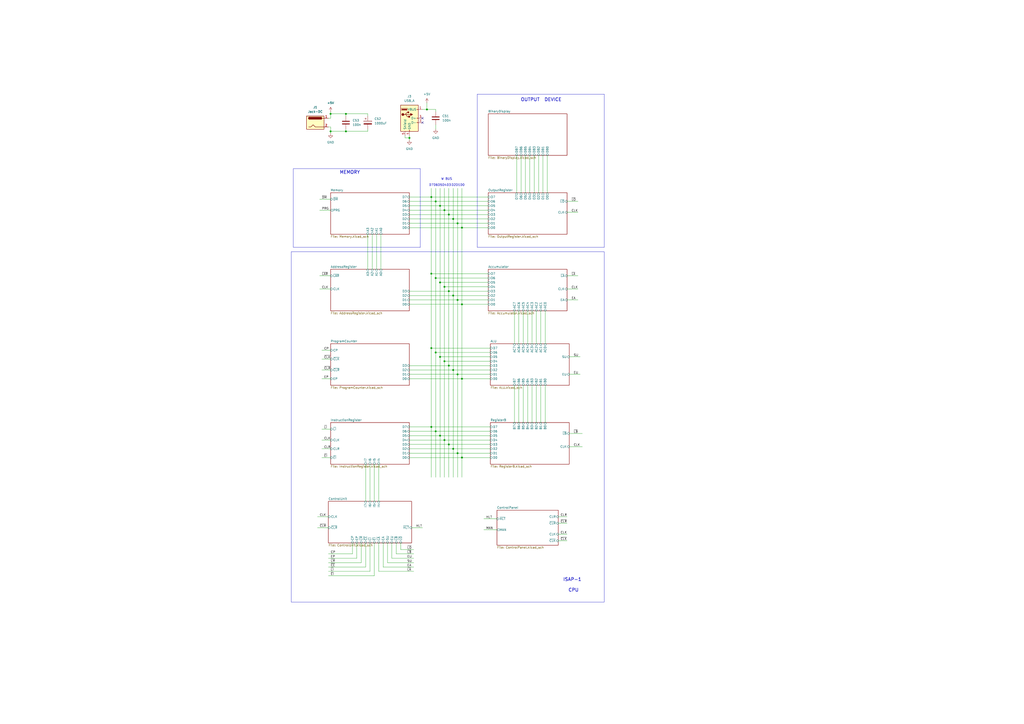
<source format=kicad_sch>
(kicad_sch (version 20231120) (generator "eeschema") (generator_version "8.0")
  (paper "A2")
  (title_block (title "ISAP-1 COMPUTER") (date "2024-11-27") (rev "Version 1") (comment 1 "by Linca Marius Gheorghe"))
  (lib_symbols
    (symbol "Connector:Jack-DC" (pin_names (offset 1.016))
      (property "Reference" "J" (at 0 5.334 0))
      (property "Value" "Jack-DC" (at 0 -5.08 0))
      (symbol "Jack-DC_0_1"
        (rectangle (start -5.08 3.81) (end 5.08 -3.81) (stroke (width 0.254)) (fill (type background)))
        (arc (start -3.302 3.175) (mid -3.9343 2.54) (end -3.302 1.905) (stroke (width 0.254)))
        (arc (start -3.302 3.175) (mid -3.9343 2.54) (end -3.302 1.905) (stroke (width 0.254)) (fill (type outline)))
        (polyline (pts (xy 5.08 2.54) (xy 3.81 2.54)) (stroke (width 0.254)))
        (polyline (pts (xy -3.81 -2.54) (xy -2.54 -2.54) (xy -1.27 -1.27) (xy 0 -2.54) (xy 2.54 -2.54) (xy 5.08 -2.54)) (stroke (width 0.254)))
        (rectangle (start 3.683 3.175) (end -3.302 1.905) (stroke (width 0.254)) (fill (type outline)))
      )
      (symbol "Jack-DC_1_1"
        (pin passive line (at 7.62 2.54 180) (length 2.54) (name "~") (number "1"))
        (pin passive line (at 7.62 -2.54 180) (length 2.54) (name "~") (number "2"))
      )
    )
    (symbol "Connector:USB_A" (pin_names (offset 1.016))
      (property "Reference" "J" (at -5.08 11.43 0))
      (property "Value" "USB_A" (at -5.08 8.89 0))
      (symbol "USB_A_0_1"
        (rectangle (start -5.08 -7.62) (end 5.08 7.62) (stroke (width 0.254)) (fill (type background)))
        (circle (center -3.81 2.159) (radius 0.635) (stroke (width 0.254)) (fill (type outline)))
        (rectangle (start -1.524 4.826) (end -4.318 5.334) (fill (type outline)))
        (rectangle (start -1.27 4.572) (end -4.572 5.842))
        (circle (center -0.635 3.429) (radius 0.381) (stroke (width 0.254)) (fill (type outline)))
        (rectangle (start -0.127 -7.62) (end 0.127 -6.858))
        (polyline (pts (xy -3.175 2.159) (xy -2.54 2.159) (xy -1.27 3.429) (xy -0.635 3.429)) (stroke (width 0.254)))
        (polyline (pts (xy -2.54 2.159) (xy -1.905 2.159) (xy -1.27 0.889) (xy 0 0.889)) (stroke (width 0.254)))
        (polyline (pts (xy 0.635 2.794) (xy 0.635 1.524) (xy 1.905 2.159) (xy 0.635 2.794)) (stroke (width 0.254)) (fill (type outline)))
        (rectangle (start 0.254 1.27) (end -0.508 0.508) (stroke (width 0.254)) (fill (type outline)))
        (rectangle (start 5.08 -2.667) (end 4.318 -2.413))
        (rectangle (start 5.08 -0.127) (end 4.318 0.127))
        (rectangle (start 5.08 4.953) (end 4.318 5.207))
      )
      (symbol "USB_A_1_1"
        (polyline (pts (xy -1.905 2.159) (xy 0.635 2.159)) (stroke (width 0.254)))
        (pin power_in line (at 7.62 5.08 180) (length 2.54) (name "VBUS") (number "1"))
        (pin bidirectional line (at 7.62 -2.54 180) (length 2.54) (name "D-") (number "2"))
        (pin bidirectional line (at 7.62 0 180) (length 2.54) (name "D+") (number "3"))
        (pin power_in line (at 0 -10.16 90) (length 2.54) (name "GND") (number "4"))
        (pin passive line (at -2.54 -10.16 90) (length 2.54) (name "Shield") (number "5"))
      )
    )
    (symbol "Device:C" (pin_numbers hide) (pin_names (offset 0.254))
      (property "Reference" "C" (at 0.635 2.54 0))
      (property "Value" "C" (at 0.635 -2.54 0))
      (symbol "C_0_1"
        (polyline (pts (xy -2.032 -0.762) (xy 2.032 -0.762)) (stroke (width 0.508)))
        (polyline (pts (xy -2.032 0.762) (xy 2.032 0.762)) (stroke (width 0.508)))
      )
      (symbol "C_1_1"
        (pin passive line (at 0 3.81 270) (length 2.794) (name "~") (number "1"))
        (pin passive line (at 0 -3.81 90) (length 2.794) (name "~") (number "2"))
      )
    )
    (symbol "Device:C_Polarized" (pin_numbers hide) (pin_names (offset 0.254))
      (property "Reference" "C" (at 0.635 2.54 0))
      (property "Value" "C_Polarized" (at 0.635 -2.54 0))
      (symbol "C_Polarized_0_1"
        (rectangle (start -2.286 0.508) (end 2.286 1.016))
        (polyline (pts (xy -1.778 2.286) (xy -0.762 2.286)))
        (polyline (pts (xy -1.27 2.794) (xy -1.27 1.778)))
        (rectangle (start 2.286 -0.508) (end -2.286 -1.016) (fill (type outline)))
      )
      (symbol "C_Polarized_1_1"
        (pin passive line (at 0 3.81 270) (length 2.794) (name "~") (number "1"))
        (pin passive line (at 0 -3.81 90) (length 2.794) (name "~") (number "2"))
      )
    )
    (symbol "power:+5V" (power) (pin_numbers hide) (pin_names (offset 0) hide)
      (property "Value" "+5V" (at 0 3.556 0))
      (symbol "+5V_0_1"
        (polyline (pts (xy -0.762 1.27) (xy 0 2.54)))
        (polyline (pts (xy 0 0) (xy 0 2.54)))
        (polyline (pts (xy 0 2.54) (xy 0.762 1.27)))
      )
      (symbol "+5V_1_1"
        (pin power_in line (at 0 0 90) (length 0) (name "~") (number "1"))
      )
    )
    (symbol "power:GND" (power) (pin_numbers hide) (pin_names (offset 0) hide)
      (property "Value" "GND" (at 0 -3.81 0))
      (symbol "GND_0_1"
        (polyline (pts (xy 0 0) (xy 0 -1.27) (xy 1.27 -1.27) (xy 0 -2.54) (xy -1.27 -1.27) (xy 0 -1.27)))
      )
      (symbol "GND_1_1"
        (pin power_in line (at 0 0 270) (length 0) (name "~") (number "1"))
      )
    )
  )
  (junction (at 265.43 262.89))
  (junction (at 252.73 161.29))
  (junction (at 265.43 129.54))
  (junction (at 250.19 201.93))
  (junction (at 252.73 250.19))
  (junction (at 267.97 132.08))
  (junction (at 191.77 76.2))
  (junction (at 237.49 80.01))
  (junction (at 257.81 166.37))
  (junction (at 260.35 212.09))
  (junction (at 260.35 257.81))
  (junction (at 247.65 63.5))
  (junction (at 250.19 114.3))
  (junction (at 255.27 252.73))
  (junction (at 252.73 204.47))
  (junction (at 260.35 124.46))
  (junction (at 255.27 163.83))
  (junction (at 200.66 76.2))
  (junction (at 257.81 255.27))
  (junction (at 250.19 247.65))
  (junction (at 257.81 121.92))
  (junction (at 260.35 168.91))
  (junction (at 250.19 158.75))
  (junction (at 200.66 66.04))
  (junction (at 191.77 66.04))
  (junction (at 262.89 260.35))
  (junction (at 267.97 176.53))
  (junction (at 255.27 207.01))
  (junction (at 262.89 127))
  (junction (at 267.97 219.71))
  (junction (at 267.97 265.43))
  (junction (at 252.73 116.84))
  (junction (at 265.43 217.17))
  (junction (at 257.81 209.55))
  (junction (at 265.43 173.99))
  (junction (at 255.27 119.38))
  (junction (at 262.89 214.63))
  (junction (at 262.89 171.45))
  (no_connect (at 245.11 71.12))
  (no_connect (at 245.11 68.58))
  (wire (pts (xy 237.49 129.54) (xy 265.43 129.54)))
  (wire (pts (xy 186.69 265.43) (xy 191.77 265.43)))
  (wire (pts (xy 316.23 180.34) (xy 316.23 199.39)))
  (wire (pts (xy 252.73 64.77) (xy 252.73 63.5)))
  (wire (pts (xy 303.53 223.52) (xy 303.53 245.11)))
  (wire (pts (xy 237.49 262.89) (xy 265.43 262.89)))
  (wire (pts (xy 260.35 109.22) (xy 260.35 124.46)))
  (wire (pts (xy 207.01 314.96) (xy 207.01 323.85)))
  (wire (pts (xy 252.73 161.29) (xy 252.73 204.47)))
  (wire (pts (xy 252.73 109.22) (xy 252.73 116.84)))
  (wire (pts (xy 247.65 59.69) (xy 247.65 63.5)))
  (wire (pts (xy 237.49 265.43) (xy 267.97 265.43)))
  (wire (pts (xy 191.77 64.77) (xy 191.77 66.04)))
  (wire (pts (xy 190.5 334.01) (xy 217.17 334.01)))
  (wire (pts (xy 237.49 257.81) (xy 260.35 257.81)))
  (wire (pts (xy 237.49 217.17) (xy 265.43 217.17)))
  (wire (pts (xy 267.97 219.71) (xy 284.48 219.71)))
  (wire (pts (xy 213.36 135.89) (xy 213.36 156.21)))
  (wire (pts (xy 255.27 252.73) (xy 284.48 252.73)))
  (wire (pts (xy 308.61 180.34) (xy 308.61 199.39)))
  (wire (pts (xy 257.81 209.55) (xy 257.81 255.27)))
  (wire (pts (xy 237.49 250.19) (xy 252.73 250.19)))
  (wire (pts (xy 190.5 328.93) (xy 212.09 328.93)))
  (wire (pts (xy 237.49 124.46) (xy 260.35 124.46)))
  (wire (pts (xy 330.2 207.01) (xy 336.55 207.01)))
  (wire (pts (xy 234.95 80.01) (xy 237.49 80.01)))
  (wire (pts (xy 252.73 204.47) (xy 252.73 250.19)))
  (wire (pts (xy 200.66 76.2) (xy 213.36 76.2)))
  (wire (pts (xy 250.19 247.65) (xy 250.19 276.86)))
  (wire (pts (xy 265.43 217.17) (xy 284.48 217.17)))
  (wire (pts (xy 237.49 219.71) (xy 267.97 219.71)))
  (wire (pts (xy 312.42 90.17) (xy 312.42 111.76)))
  (wire (pts (xy 237.49 78.74) (xy 237.49 80.01)))
  (wire (pts (xy 237.49 173.99) (xy 265.43 173.99)))
  (wire (pts (xy 247.65 63.5) (xy 245.11 63.5)))
  (wire (pts (xy 204.47 314.96) (xy 204.47 321.31)))
  (wire (pts (xy 265.43 109.22) (xy 265.43 129.54)))
  (wire (pts (xy 185.42 167.64) (xy 191.77 167.64)))
  (wire (pts (xy 330.2 217.17) (xy 336.55 217.17)))
  (wire (pts (xy 252.73 161.29) (xy 283.21 161.29)))
  (wire (pts (xy 280.67 300.99) (xy 288.29 300.99)))
  (wire (pts (xy 229.87 321.31) (xy 240.03 321.31)))
  (wire (pts (xy 284.48 260.35) (xy 262.89 260.35)))
  (wire (pts (xy 257.81 121.92) (xy 283.21 121.92)))
  (wire (pts (xy 222.25 314.96) (xy 222.25 328.93)))
  (wire (pts (xy 237.49 119.38) (xy 255.27 119.38)))
  (wire (pts (xy 227.33 323.85) (xy 240.03 323.85)))
  (wire (pts (xy 191.77 76.2) (xy 191.77 77.47)))
  (wire (pts (xy 250.19 201.93) (xy 284.48 201.93)))
  (wire (pts (xy 265.43 129.54) (xy 283.21 129.54)))
  (wire (pts (xy 186.69 208.28) (xy 191.77 208.28)))
  (wire (pts (xy 238.76 306.07) (xy 245.11 306.07)))
  (wire (pts (xy 252.73 250.19) (xy 284.48 250.19)))
  (wire (pts (xy 257.81 255.27) (xy 257.81 276.86)))
  (wire (pts (xy 262.89 260.35) (xy 262.89 276.86)))
  (wire (pts (xy 255.27 207.01) (xy 255.27 252.73)))
  (wire (pts (xy 184.15 299.72) (xy 190.5 299.72)))
  (wire (pts (xy 262.89 214.63) (xy 284.48 214.63)))
  (wire (pts (xy 185.42 115.57) (xy 191.77 115.57)))
  (wire (pts (xy 250.19 247.65) (xy 284.48 247.65)))
  (wire (pts (xy 250.19 114.3) (xy 250.19 158.75)))
  (wire (pts (xy 237.49 121.92) (xy 257.81 121.92)))
  (wire (pts (xy 313.69 223.52) (xy 313.69 245.11)))
  (wire (pts (xy 328.93 160.02) (xy 335.28 160.02)))
  (wire (pts (xy 262.89 171.45) (xy 262.89 214.63)))
  (wire (pts (xy 237.49 255.27) (xy 257.81 255.27)))
  (wire (pts (xy 257.81 255.27) (xy 284.48 255.27)))
  (wire (pts (xy 298.45 223.52) (xy 298.45 245.11)))
  (wire (pts (xy 260.35 257.81) (xy 260.35 276.86)))
  (wire (pts (xy 232.41 318.77) (xy 240.03 318.77)))
  (wire (pts (xy 255.27 163.83) (xy 255.27 207.01)))
  (wire (pts (xy 237.49 176.53) (xy 267.97 176.53)))
  (wire (pts (xy 237.49 212.09) (xy 260.35 212.09)))
  (wire (pts (xy 255.27 252.73) (xy 255.27 276.86)))
  (wire (pts (xy 323.85 309.88) (xy 328.93 309.88)))
  (wire (pts (xy 190.5 331.47) (xy 214.63 331.47)))
  (wire (pts (xy 184.15 306.07) (xy 190.5 306.07)))
  (wire (pts (xy 304.8 90.17) (xy 304.8 111.76)))
  (wire (pts (xy 209.55 314.96) (xy 209.55 326.39)))
  (wire (pts (xy 328.93 123.19) (xy 335.28 123.19)))
  (wire (pts (xy 267.97 265.43) (xy 284.48 265.43)))
  (wire (pts (xy 213.36 67.31) (xy 213.36 66.04)))
  (wire (pts (xy 303.53 180.34) (xy 303.53 199.39)))
  (wire (pts (xy 212.09 269.24) (xy 212.09 290.83)))
  (wire (pts (xy 186.69 248.92) (xy 191.77 248.92)))
  (wire (pts (xy 257.81 209.55) (xy 284.48 209.55)))
  (wire (pts (xy 250.19 201.93) (xy 250.19 247.65)))
  (wire (pts (xy 300.99 223.52) (xy 300.99 245.11)))
  (wire (pts (xy 186.69 260.35) (xy 191.77 260.35)))
  (wire (pts (xy 267.97 219.71) (xy 267.97 265.43)))
  (wire (pts (xy 257.81 166.37) (xy 257.81 209.55)))
  (wire (pts (xy 267.97 176.53) (xy 283.21 176.53)))
  (wire (pts (xy 232.41 314.96) (xy 232.41 318.77)))
  (wire (pts (xy 252.73 116.84) (xy 252.73 161.29)))
  (wire (pts (xy 323.85 313.69) (xy 328.93 313.69)))
  (wire (pts (xy 250.19 109.22) (xy 250.19 114.3)))
  (wire (pts (xy 215.9 135.89) (xy 215.9 156.21)))
  (wire (pts (xy 200.66 66.04) (xy 191.77 66.04)))
  (wire (pts (xy 214.63 314.96) (xy 214.63 331.47)))
  (wire (pts (xy 262.89 127) (xy 262.89 171.45)))
  (wire (pts (xy 260.35 168.91) (xy 283.21 168.91)))
  (wire (pts (xy 220.98 135.89) (xy 220.98 156.21)))
  (wire (pts (xy 224.79 314.96) (xy 224.79 326.39)))
  (wire (pts (xy 200.66 67.31) (xy 200.66 66.04)))
  (wire (pts (xy 265.43 173.99) (xy 283.21 173.99)))
  (wire (pts (xy 311.15 180.34) (xy 311.15 199.39)))
  (wire (pts (xy 262.89 171.45) (xy 283.21 171.45)))
  (wire (pts (xy 252.73 204.47) (xy 284.48 204.47)))
  (wire (pts (xy 306.07 180.34) (xy 306.07 199.39)))
  (wire (pts (xy 252.73 72.39) (xy 252.73 74.93)))
  (wire (pts (xy 237.49 127) (xy 262.89 127)))
  (wire (pts (xy 224.79 326.39) (xy 240.03 326.39)))
  (wire (pts (xy 252.73 63.5) (xy 247.65 63.5)))
  (wire (pts (xy 328.93 173.99) (xy 335.28 173.99)))
  (wire (pts (xy 267.97 132.08) (xy 267.97 176.53)))
  (wire (pts (xy 217.17 314.96) (xy 217.17 334.01)))
  (wire (pts (xy 222.25 328.93) (xy 240.03 328.93)))
  (wire (pts (xy 262.89 214.63) (xy 262.89 260.35)))
  (wire (pts (xy 265.43 217.17) (xy 265.43 262.89)))
  (wire (pts (xy 237.49 247.65) (xy 250.19 247.65)))
  (wire (pts (xy 237.49 132.08) (xy 267.97 132.08)))
  (wire (pts (xy 265.43 262.89) (xy 284.48 262.89)))
  (wire (pts (xy 265.43 173.99) (xy 265.43 217.17)))
  (wire (pts (xy 213.36 74.93) (xy 213.36 76.2)))
  (wire (pts (xy 257.81 109.22) (xy 257.81 121.92)))
  (wire (pts (xy 200.66 74.93) (xy 200.66 76.2)))
  (wire (pts (xy 323.85 299.72) (xy 328.93 299.72)))
  (wire (pts (xy 267.97 176.53) (xy 267.97 219.71)))
  (wire (pts (xy 260.35 124.46) (xy 283.21 124.46)))
  (wire (pts (xy 190.5 326.39) (xy 209.55 326.39)))
  (wire (pts (xy 186.69 203.2) (xy 191.77 203.2)))
  (wire (pts (xy 237.49 171.45) (xy 262.89 171.45)))
  (wire (pts (xy 257.81 166.37) (xy 283.21 166.37)))
  (wire (pts (xy 299.72 90.17) (xy 299.72 111.76)))
  (wire (pts (xy 260.35 212.09) (xy 260.35 257.81)))
  (wire (pts (xy 252.73 250.19) (xy 252.73 276.86)))
  (wire (pts (xy 237.49 168.91) (xy 260.35 168.91)))
  (wire (pts (xy 219.71 314.96) (xy 219.71 331.47)))
  (wire (pts (xy 330.2 251.46) (xy 337.82 251.46)))
  (wire (pts (xy 237.49 116.84) (xy 252.73 116.84)))
  (wire (pts (xy 316.23 223.52) (xy 316.23 245.11)))
  (wire (pts (xy 186.69 255.27) (xy 191.77 255.27)))
  (wire (pts (xy 298.45 180.34) (xy 298.45 199.39)))
  (wire (pts (xy 260.35 124.46) (xy 260.35 168.91)))
  (wire (pts (xy 212.09 314.96) (xy 212.09 328.93)))
  (wire (pts (xy 255.27 119.38) (xy 255.27 163.83)))
  (wire (pts (xy 307.34 90.17) (xy 307.34 111.76)))
  (wire (pts (xy 328.93 167.64) (xy 335.28 167.64)))
  (wire (pts (xy 262.89 127) (xy 283.21 127)))
  (wire (pts (xy 250.19 114.3) (xy 283.21 114.3)))
  (wire (pts (xy 234.95 78.74) (xy 234.95 80.01)))
  (wire (pts (xy 237.49 260.35) (xy 262.89 260.35)))
  (wire (pts (xy 309.88 90.17) (xy 309.88 111.76)))
  (wire (pts (xy 190.5 323.85) (xy 207.01 323.85)))
  (wire (pts (xy 191.77 73.66) (xy 191.77 76.2)))
  (wire (pts (xy 219.71 331.47) (xy 240.03 331.47)))
  (wire (pts (xy 255.27 109.22) (xy 255.27 119.38)))
  (wire (pts (xy 229.87 314.96) (xy 229.87 321.31)))
  (wire (pts (xy 330.2 259.08) (xy 337.82 259.08)))
  (wire (pts (xy 214.63 269.24) (xy 214.63 290.83)))
  (wire (pts (xy 255.27 119.38) (xy 283.21 119.38)))
  (wire (pts (xy 237.49 80.01) (xy 237.49 81.28)))
  (wire (pts (xy 306.07 223.52) (xy 306.07 245.11)))
  (wire (pts (xy 267.97 265.43) (xy 267.97 276.86)))
  (wire (pts (xy 237.49 252.73) (xy 255.27 252.73)))
  (wire (pts (xy 260.35 212.09) (xy 284.48 212.09)))
  (wire (pts (xy 186.69 214.63) (xy 191.77 214.63)))
  (wire (pts (xy 283.21 163.83) (xy 255.27 163.83)))
  (wire (pts (xy 267.97 109.22) (xy 267.97 132.08)))
  (wire (pts (xy 280.67 307.34) (xy 288.29 307.34)))
  (wire (pts (xy 191.77 66.04) (xy 191.77 68.58)))
  (wire (pts (xy 317.5 90.17) (xy 317.5 111.76)))
  (wire (pts (xy 186.69 219.71) (xy 191.77 219.71)))
  (wire (pts (xy 185.42 121.92) (xy 191.77 121.92)))
  (wire (pts (xy 237.49 214.63) (xy 262.89 214.63)))
  (wire (pts (xy 265.43 262.89) (xy 265.43 276.86)))
  (wire (pts (xy 218.44 135.89) (xy 218.44 156.21)))
  (wire (pts (xy 190.5 321.31) (xy 204.47 321.31)))
  (wire (pts (xy 302.26 90.17) (xy 302.26 111.76)))
  (wire (pts (xy 217.17 269.24) (xy 217.17 290.83)))
  (wire (pts (xy 260.35 168.91) (xy 260.35 212.09)))
  (wire (pts (xy 257.81 121.92) (xy 257.81 166.37)))
  (wire (pts (xy 200.66 76.2) (xy 191.77 76.2)))
  (wire (pts (xy 191.77 68.58) (xy 190.5 68.58)))
  (wire (pts (xy 267.97 132.08) (xy 283.21 132.08)))
  (wire (pts (xy 308.61 223.52) (xy 308.61 245.11)))
  (wire (pts (xy 255.27 207.01) (xy 284.48 207.01)))
  (wire (pts (xy 237.49 114.3) (xy 250.19 114.3)))
  (wire (pts (xy 300.99 180.34) (xy 300.99 199.39)))
  (wire (pts (xy 250.19 158.75) (xy 250.19 201.93)))
  (wire (pts (xy 200.66 66.04) (xy 213.36 66.04)))
  (wire (pts (xy 262.89 109.22) (xy 262.89 127)))
  (wire (pts (xy 311.15 223.52) (xy 311.15 245.11)))
  (wire (pts (xy 227.33 314.96) (xy 227.33 323.85)))
  (wire (pts (xy 314.96 90.17) (xy 314.96 111.76)))
  (wire (pts (xy 190.5 73.66) (xy 191.77 73.66)))
  (wire (pts (xy 185.42 160.02) (xy 191.77 160.02)))
  (wire (pts (xy 252.73 116.84) (xy 283.21 116.84)))
  (wire (pts (xy 323.85 303.53) (xy 328.93 303.53)))
  (wire (pts (xy 313.69 180.34) (xy 313.69 199.39)))
  (wire (pts (xy 265.43 129.54) (xy 265.43 173.99)))
  (wire (pts (xy 260.35 257.81) (xy 284.48 257.81)))
  (wire (pts (xy 250.19 158.75) (xy 283.21 158.75)))
  (wire (pts (xy 219.71 269.24) (xy 219.71 290.83)))
  (wire (pts (xy 328.93 116.84) (xy 335.28 116.84)))
  (rectangle (start 170.18 97.79) (end 243.84 143.51))
  (rectangle (start 276.86 54.61) (end 350.52 143.51))
  (rectangle (start 168.91 146.05) (end 350.52 349.25))
  (text "D4" (at 257.81 107.442 0) (effects (font (size 1.27 1.27))))
  (text "ISAP-1\n \n CPU" (at 331.978 339.344 0) (effects (font (size 1.905 1.905) (thickness 0.254) (bold yes))))
  (text "D1" (at 265.684 107.442 0) (effects (font (size 1.27 1.27))))
  (text "W BUS" (at 259.08 103.886 0) (effects (font (size 1.27 1.27))))
  (text "D6" (at 252.73 107.442 0) (effects (font (size 1.27 1.27))))
  (text "D3" (at 260.35 107.442 0) (effects (font (size 1.27 1.27))))
  (text "D7" (at 250.19 107.442 0) (effects (font (size 1.27 1.27))))
  (text "D5" (at 255.27 107.442 0) (effects (font (size 1.27 1.27))))
  (text "D0" (at 268.224 107.442 0) (effects (font (size 1.27 1.27))))
  (text "MEMORY" (at 202.946 100.076 0) (effects (font (size 1.905 1.905) (thickness 0.254) (bold yes))))
  (text "OUTPUT  DEVICE" (at 313.944 57.912 0) (effects (font (size 1.905 1.905) (thickness 0.254) (bold yes))))
  (text "D2" (at 263.144 107.442 0) (effects (font (size 1.27 1.27))))
  (label "CLK" (at 187.96 255.27 0))
  (label "~{LA}" (at 331.47 160.02 0))
  (label "~{LA}" (at 236.22 331.47 0))
  (label "~{LI}" (at 191.77 331.47 0))
  (label "~{CLR}" (at 325.12 303.53 0))
  (label "~{LB}" (at 332.74 251.46 0))
  (label "~{CLR}" (at 185.42 306.07 0))
  (label "~{LB}" (at 236.22 321.31 0))
  (label "EP" (at 191.77 323.85 0))
  (label "~{LM}" (at 191.77 326.39 0))
  (label "~{LO}" (at 236.22 318.77 0))
  (label "SU" (at 236.22 326.39 0))
  (label "CP" (at 191.77 321.31 0))
  (label "~{LAR}" (at 186.69 160.02 0))
  (label "CP" (at 187.96 203.2 0))
  (label "EA" (at 331.47 173.99 0))
  (label "CLR" (at 325.12 299.72 0))
  (label "~{CLK}" (at 325.12 313.69 0))
  (label "EA" (at 236.22 328.93 0))
  (label "HLT" (at 281.94 300.99 0))
  (label "EP" (at 187.96 219.71 0))
  (label "~{CLK}" (at 187.96 208.28 0))
  (label "~{LI}" (at 187.96 248.92 0))
  (label "~{CLR}" (at 187.96 214.63 0))
  (label "CLR" (at 187.96 260.35 0))
  (label "CLK" (at 331.47 123.19 0))
  (label "CLK" (at 185.42 299.72 0))
  (label "CLK" (at 325.12 309.88 0))
  (label "~{CE}" (at 191.77 328.93 0))
  (label "CLK" (at 186.69 167.64 0))
  (label "PRG" (at 186.69 121.92 0))
  (label "MAN" (at 281.94 307.34 0) (effects (font (thickness 0.1588))))
  (label "SU" (at 332.74 207.01 0))
  (label "~{EI}" (at 191.77 334.01 0))
  (label "~{LO}" (at 331.47 116.84 0))
  (label "CLK" (at 331.47 167.64 0))
  (label "EU" (at 236.22 323.85 0))
  (label "CLK" (at 332.74 259.08 0))
  (label "~{DM}" (at 186.69 115.57 0))
  (label "~{EI}" (at 187.96 265.43 0))
  (label "EU" (at 332.74 217.17 0))
  (label "HLT" (at 241.3 306.07 0))
  (symbol (lib_id "power:GND") (at 191.77 77.47 0) (unit 1)
    (property "Reference" "#PWR0119" (effects (hide yes)))
    (property "Value" "GND" (at 191.77 82.55 0))
    (property "Description" "Power symbol creates a global label with name \"GND\" , ground" (effects (hide yes)))
  )
  (symbol (lib_id "Connector:Jack-DC") (at 182.88 71.12 0) (unit 1)
    (property "Reference" "J1" (at 182.88 62.23 0))
    (property "Value" "Jack-DC" (at 182.88 64.77 0))
    (property "Footprint" "Connector_BarrelJack:BarrelJack_GCT_DCJ200-10-A_Horizontal" (effects (hide yes)))
    (property "Description" "DC Barrel Jack" (effects (hide yes)))
  )
  (symbol (lib_id "Connector:USB_A") (at 237.49 68.58 0) (unit 1)
    (property "Reference" "J3" (at 237.49 55.88 0))
    (property "Value" "USB_A" (at 237.49 58.42 0))
    (property "Footprint" "Connector_USB:USB_A_Molex_67643_Horizontal" (effects (hide yes)))
    (property "Description" "USB Type A connector" (effects (hide yes)))
  )
  (symbol (lib_id "power:+5V") (at 247.65 59.69 0) (unit 1)
    (property "Reference" "#PWR0117" (effects (hide yes)))
    (property "Value" "+5V" (at 247.65 54.61 0))
    (property "Description" "Power symbol creates a global label with name \"+5V\"" (effects (hide yes)))
  )
  (symbol (lib_id "power:GND") (at 237.49 81.28 0) (unit 1)
    (property "Reference" "#PWR0121" (effects (hide yes)))
    (property "Value" "GND" (at 237.49 86.36 0))
    (property "Description" "Power symbol creates a global label with name \"GND\" , ground" (effects (hide yes)))
  )
  (symbol (lib_id "Device:C_Polarized") (at 213.36 71.12 0) (unit 1)
    (property "Reference" "C52" (at 217.17 68.9609 0) (effects (justify left)))
    (property "Value" "1000uF" (at 217.17 71.5009 0) (effects (justify left)))
    (property "Footprint" "Capacitor_THT:CP_Radial_D8.0mm_P5.00mm" (effects (hide yes)))
    (property "Description" "Polarized capacitor" (effects (hide yes)))
  )
  (symbol (lib_id "Device:C") (at 200.66 71.12 0) (unit 1)
    (property "Reference" "C53" (at 204.47 69.8499 0) (effects (justify left)))
    (property "Value" "100n" (at 204.47 72.3899 0) (effects (justify left)))
    (property "Footprint" "Capacitor_THT:C_Disc_D6.0mm_W4.4mm_P5.00mm" (effects (hide yes)))
    (property "Description" "Unpolarized capacitor" (effects (hide yes)))
  )
  (symbol (lib_id "power:GND") (at 252.73 74.93 0) (unit 1)
    (property "Reference" "#PWR0123" (effects (hide yes)))
    (property "Value" "GND" (at 252.73 80.01 0))
    (property "Description" "Power symbol creates a global label with name \"GND\" , ground" (effects (hide yes)))
  )
  (symbol (lib_id "power:+5V") (at 191.77 64.77 0) (unit 1)
    (property "Reference" "#PWR0120" (effects (hide yes)))
    (property "Value" "+5V" (at 191.77 59.69 0))
    (property "Description" "Power symbol creates a global label with name \"+5V\"" (effects (hide yes)))
  )
  (symbol (lib_id "Device:C") (at 252.73 68.58 0) (unit 1)
    (property "Reference" "C51" (at 256.54 67.3099 0) (effects (justify left)))
    (property "Value" "100n" (at 256.54 69.8499 0) (effects (justify left)))
    (property "Footprint" "Capacitor_THT:C_Disc_D6.0mm_W4.4mm_P5.00mm" (effects (hide yes)))
    (property "Description" "Unpolarized capacitor" (effects (hide yes)))
  )
  (sheet (at 190.5 290.83) (size 48.26 24.13) (stroke (width 0.1524))
    (property "Sheetname" "ControlUnit" (at 190.5 290.1184 0) (effects (justify left bottom)))
    (property "Sheetfile" "ControlUnit.kicad_sch" (at 190.5 315.5446 0) (effects (justify left top)))
    (pin "I7" input (at 212.09 290.83 90))
    (pin "I6" input (at 214.63 290.83 90))
    (pin "I5" input (at 217.17 290.83 90))
    (pin "I4" input (at 219.71 290.83 90))
    (pin "~{HLT}" input (at 238.76 306.07 0))
    (pin "~{EI}" input (at 217.17 314.96 270))
    (pin "~{LI}" input (at 214.63 314.96 270))
    (pin "CP" input (at 204.47 314.96 270))
    (pin "EP" input (at 207.01 314.96 270))
    (pin "~{CE}" input (at 212.09 314.96 270))
    (pin "~{LM}" input (at 209.55 314.96 270))
    (pin "~{CLR}" input (at 190.5 306.07 180))
    (pin "CLK" input (at 190.5 299.72 180))
    (pin "SU" input (at 224.79 314.96 270))
    (pin "EU" input (at 227.33 314.96 270))
    (pin "~{LB}" input (at 229.87 314.96 270))
    (pin "~{LO}" input (at 232.41 314.96 270))
    (pin "~{LA}" input (at 219.71 314.96 270))
    (pin "EA" input (at 222.25 314.96 270))
  )
  (sheet (at 191.77 156.21) (size 45.72 24.13) (stroke (width 0.1524))
    (property "Sheetname" "AddressRegister" (at 191.77 155.4984 0) (effects (justify left bottom)))
    (property "Sheetfile" "AddressRegister.kicad_sch" (at 191.77 180.9246 0) (effects (justify left top)))
    (pin "D0" input (at 237.49 176.53 0))
    (pin "D1" input (at 237.49 173.99 0))
    (pin "CLK" input (at 191.77 167.64 180))
    (pin "D2" input (at 237.49 171.45 0))
    (pin "D3" input (at 237.49 168.91 0))
    (pin "A0" input (at 220.98 156.21 90))
    (pin "A2" input (at 215.9 156.21 90))
    (pin "A1" input (at 218.44 156.21 90))
    (pin "A3" input (at 213.36 156.21 90))
    (pin "~{LAR}" input (at 191.77 160.02 180))
  )
  (sheet (at 284.48 245.11) (size 45.72 24.13) (stroke (width 0.1524))
    (property "Sheetname" "RegisterB" (at 284.48 244.3984 0) (effects (justify left bottom)))
    (property "Sheetfile" "RegisterB.kicad_sch" (at 284.48 269.8246 0) (effects (justify left top)))
    (pin "B0" input (at 316.23 245.11 90))
    (pin "B1" input (at 313.69 245.11 90))
    (pin "B2" input (at 311.15 245.11 90))
    (pin "B3" input (at 308.61 245.11 90))
    (pin "B4" input (at 306.07 245.11 90))
    (pin "B5" input (at 303.53 245.11 90))
    (pin "B6" input (at 300.99 245.11 90))
    (pin "B7" input (at 298.45 245.11 90))
    (pin "CLK" input (at 330.2 259.08 0))
    (pin "D2" input (at 284.48 260.35 180))
    (pin "D1" input (at 284.48 262.89 180))
    (pin "D3" input (at 284.48 257.81 180))
    (pin "D0" input (at 284.48 265.43 180))
    (pin "D7" input (at 284.48 247.65 180))
    (pin "D5" input (at 284.48 252.73 180))
    (pin "D6" input (at 284.48 250.19 180))
    (pin "D4" input (at 284.48 255.27 180))
    (pin "~{LB}" input (at 330.2 251.46 0))
  )
  (sheet (at 283.21 66.04) (size 45.72 24.13) (stroke (width 0.1524))
    (property "Sheetname" "BinaryDisplay" (at 283.21 65.3284 0) (effects (justify left bottom)))
    (property "Sheetfile" "BinaryDisplay.kicad_sch" (at 283.21 90.7546 0) (effects (justify left top)))
    (pin "DB4" input (at 307.34 90.17 270))
    (pin "DB6" input (at 302.26 90.17 270))
    (pin "DB5" input (at 304.8 90.17 270))
    (pin "DB7" input (at 299.72 90.17 270))
    (pin "DB3" input (at 309.88 90.17 270))
    (pin "DB0" input (at 317.5 90.17 270))
    (pin "DB2" input (at 312.42 90.17 270))
    (pin "DB1" input (at 314.96 90.17 270))
  )
  (sheet (at 191.77 111.76) (size 45.72 24.13) (stroke (width 0.1524))
    (property "Sheetname" "Memory" (at 191.77 111.0484 0) (effects (justify left bottom)))
    (property "Sheetfile" "Memory.kicad_sch" (at 191.77 136.4746 0) (effects (justify left top)))
    (pin "D1" input (at 237.49 129.54 0))
    (pin "D0" input (at 237.49 132.08 0))
    (pin "D2" input (at 237.49 127 0))
    (pin "D3" input (at 237.49 124.46 0))
    (pin "D5" input (at 237.49 119.38 0))
    (pin "D4" input (at 237.49 121.92 0))
    (pin "D6" input (at 237.49 116.84 0))
    (pin "D7" input (at 237.49 114.3 0))
    (pin "A2" input (at 215.9 135.89 270))
    (pin "A3" input (at 213.36 135.89 270))
    (pin "A1" input (at 218.44 135.89 270))
    (pin "A0" input (at 220.98 135.89 270))
    (pin "~{DM}" input (at 191.77 115.57 180))
    (pin "PRG" output (at 191.77 121.92 180))
  )
  (sheet (at 284.48 199.39) (size 45.72 24.13) (stroke (width 0.1524))
    (property "Sheetname" "ALU" (at 284.48 198.6784 0) (effects (justify left bottom)))
    (property "Sheetfile" "ALU.kicad_sch" (at 284.48 224.1046 0) (effects (justify left top)))
    (pin "B0" input (at 316.23 223.52 270))
    (pin "AC0" input (at 316.23 199.39 90))
    (pin "AC3" input (at 308.61 199.39 90))
    (pin "AC1" input (at 313.69 199.39 90))
    (pin "AC2" input (at 311.15 199.39 90))
    (pin "EU" input (at 330.2 217.17 0))
    (pin "SU" input (at 330.2 207.01 0))
    (pin "B2" input (at 311.15 223.52 270))
    (pin "B1" input (at 313.69 223.52 270))
    (pin "B3" input (at 308.61 223.52 270))
    (pin "AC5" input (at 303.53 199.39 90))
    (pin "AC4" input (at 306.07 199.39 90))
    (pin "AC6" input (at 300.99 199.39 90))
    (pin "AC7" input (at 298.45 199.39 90))
    (pin "B5" input (at 303.53 223.52 270))
    (pin "B4" input (at 306.07 223.52 270))
    (pin "B6" input (at 300.99 223.52 270))
    (pin "B7" input (at 298.45 223.52 270))
    (pin "D5" input (at 284.48 207.01 180))
    (pin "D6" input (at 284.48 204.47 180))
    (pin "D7" input (at 284.48 201.93 180))
    (pin "D4" input (at 284.48 209.55 180))
    (pin "D3" input (at 284.48 212.09 180))
    (pin "D0" input (at 284.48 219.71 180))
    (pin "D1" input (at 284.48 217.17 180))
    (pin "D2" input (at 284.48 214.63 180))
  )
  (sheet (at 288.29 295.91) (size 35.56 20.32) (stroke (width 0.1524))
    (property "Sheetname" "ControlPanel" (at 288.29 295.1984 0) (effects (justify left bottom)))
    (property "Sheetfile" "ControlPanel.kicad_sch" (at 288.29 316.8146 0) (effects (justify left top)))
    (pin "CLR" input (at 323.85 299.72 0))
    (pin "~{CLR}" input (at 323.85 303.53 0))
    (pin "~{HLT}" input (at 288.29 300.99 180))
    (pin "CLK" input (at 323.85 309.88 0))
    (pin "~{CLK}" input (at 323.85 313.69 0))
    (pin "MAN" output (at 288.29 307.34 180))
  )
  (sheet (at 191.77 199.39) (size 45.72 24.13) (stroke (width 0.1524))
    (property "Sheetname" "ProgramCounter" (at 191.77 198.6784 0) (effects (justify left bottom)))
    (property "Sheetfile" "ProgramCounter.kicad_sch" (at 191.77 224.1046 0) (effects (justify left top)))
    (pin "CP" input (at 191.77 203.2 180))
    (pin "EP" input (at 191.77 219.71 180))
    (pin "D3" input (at 237.49 212.09 0))
    (pin "D0" input (at 237.49 219.71 0))
    (pin "D1" input (at 237.49 217.17 0))
    (pin "D2" input (at 237.49 214.63 0))
    (pin "~{CLK}" input (at 191.77 208.28 180))
    (pin "~{CLR}" input (at 191.77 214.63 180))
  )
  (sheet (at 283.21 111.76) (size 45.72 24.13) (stroke (width 0.1524))
    (property "Sheetname" "OutputRegister" (at 283.21 111.0484 0) (effects (justify left bottom)))
    (property "Sheetfile" "OutputRegister.kicad_sch" (at 283.21 136.4746 0) (effects (justify left top)))
    (pin "D2" input (at 283.21 127 180))
    (pin "D3" input (at 283.21 124.46 180))
    (pin "D0" input (at 283.21 132.08 180))
    (pin "D1" input (at 283.21 129.54 180))
    (pin "D4" input (at 283.21 121.92 180))
    (pin "D7" input (at 283.21 114.3 180))
    (pin "D6" input (at 283.21 116.84 180))
    (pin "D5" input (at 283.21 119.38 180))
    (pin "CLK" input (at 328.93 123.19 0))
    (pin "~{LO}" input (at 328.93 116.84 0))
    (pin "O1" output (at 314.96 111.76 90))
    (pin "O0" output (at 317.5 111.76 90))
    (pin "O3" output (at 309.88 111.76 90))
    (pin "O2" output (at 312.42 111.76 90))
    (pin "O5" output (at 304.8 111.76 90))
    (pin "O4" output (at 307.34 111.76 90))
    (pin "O7" output (at 299.72 111.76 90))
    (pin "O6" output (at 302.26 111.76 90))
  )
  (sheet (at 283.21 156.21) (size 45.72 24.13) (stroke (width 0.1524))
    (property "Sheetname" "Accumulator" (at 283.21 155.4984 0) (effects (justify left bottom)))
    (property "Sheetfile" "Accumulator.kicad_sch" (at 283.21 180.9246 0) (effects (justify left top)))
    (pin "D2" input (at 283.21 171.45 180))
    (pin "D1" input (at 283.21 173.99 180))
    (pin "D0" input (at 283.21 176.53 180))
    (pin "D3" input (at 283.21 168.91 180))
    (pin "CLK" input (at 328.93 167.64 0))
    (pin "D6" input (at 283.21 161.29 180))
    (pin "D7" input (at 283.21 158.75 180))
    (pin "D4" input (at 283.21 166.37 180))
    (pin "D5" input (at 283.21 163.83 180))
    (pin "EA" input (at 328.93 173.99 0))
    (pin "AC2" input (at 311.15 180.34 270))
    (pin "AC1" input (at 313.69 180.34 270))
    (pin "AC0" input (at 316.23 180.34 270))
    (pin "AC3" input (at 308.61 180.34 270))
    (pin "AC4" input (at 306.07 180.34 270))
    (pin "AC5" input (at 303.53 180.34 270))
    (pin "AC6" input (at 300.99 180.34 270))
    (pin "AC7" input (at 298.45 180.34 270))
    (pin "~{LA}" input (at 328.93 160.02 0))
  )
  (sheet (at 191.77 245.11) (size 45.72 24.13) (stroke (width 0.1524))
    (property "Sheetname" "InstructionRegister" (at 191.77 244.3984 0) (effects (justify left bottom)))
    (property "Sheetfile" "InstructionRegister.kicad_sch" (at 191.77 269.8246 0) (effects (justify left top)))
    (pin "I4" input (at 219.71 269.24 270))
    (pin "I5" input (at 217.17 269.24 270))
    (pin "I7" input (at 212.09 269.24 270))
    (pin "I6" input (at 214.63 269.24 270))
    (pin "D0" input (at 237.49 265.43 0))
    (pin "D1" input (at 237.49 262.89 0))
    (pin "D2" input (at 237.49 260.35 0))
    (pin "D3" input (at 237.49 257.81 0))
    (pin "D5" input (at 237.49 252.73 0))
    (pin "D6" input (at 237.49 250.19 0))
    (pin "D7" input (at 237.49 247.65 0))
    (pin "CLR" input (at 191.77 260.35 180))
    (pin "CLK" input (at 191.77 255.27 180))
    (pin "D4" input (at 237.49 255.27 0))
    (pin "~{LI}" input (at 191.77 248.92 180))
    (pin "~{EI}" input (at 191.77 265.43 180))
  )
)
</source>
